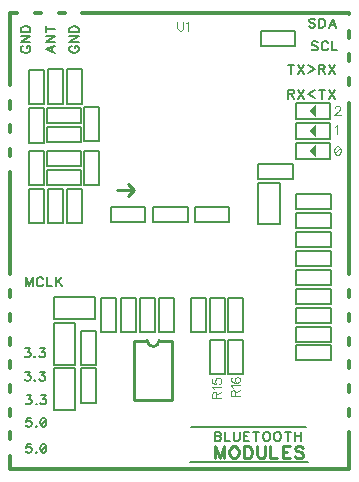
<source format=gbr>
G04 DipTrace 2.4.0.2*
%IN1_Layer_Top_Silk.gbr*%
%MOIN*%
%ADD10C,0.0098*%
%ADD15C,0.0118*%
%ADD20C,0.0059*%
%ADD69C,0.0046*%
%ADD70C,0.0066*%
%ADD71C,0.0087*%
%FSLAX44Y44*%
G04*
G70*
G90*
G75*
G01*
%LNTopSilk*%
%LPD*%
G36*
X14411Y15000D2*
Y14606D1*
X14173Y14803D1*
D1*
X14411Y15000D1*
G37*
X13740Y14547D2*
D20*
X14882D1*
Y15059D1*
X13740D1*
Y14547D1*
G36*
X14411Y15669D2*
Y15276D1*
X14173Y15472D1*
D1*
X14411Y15669D1*
G37*
X13740Y15217D2*
D20*
X14882D1*
Y15728D1*
X13740D1*
Y15217D1*
G36*
X14411Y16339D2*
Y15945D1*
X14173Y16142D1*
D1*
X14411Y16339D1*
G37*
X13740Y15886D2*
D20*
X14882D1*
Y16398D1*
X13740D1*
Y15886D1*
X5669Y7677D2*
X6378D1*
Y9055D1*
X5669D1*
Y7677D1*
X5959Y12398D2*
X5459D1*
Y13540D1*
X5959D1*
Y12398D1*
X6578Y14817D2*
X5436D1*
Y14317D1*
X6578D1*
Y14817D1*
X7047Y9213D2*
X5669D1*
Y9921D1*
X7047D1*
Y9213D1*
X12477Y13884D2*
X13619D1*
Y14384D1*
X12477D1*
Y13884D1*
X6578Y14187D2*
X5436D1*
Y13687D1*
X6578D1*
Y14187D1*
Y15604D2*
X5436D1*
Y15104D1*
X6578D1*
Y15604D1*
Y16234D2*
X5436D1*
Y15734D1*
X6578D1*
Y16234D1*
X5459Y17523D2*
X5959D1*
Y16381D1*
X5459D1*
Y17523D1*
X5669Y6181D2*
X6378D1*
Y7559D1*
X5669D1*
Y6181D1*
X12480Y12362D2*
X13189D1*
Y13740D1*
X12480D1*
Y12362D1*
X7730Y8776D2*
X7230D1*
Y9918D1*
X7730D1*
Y8776D1*
X8400D2*
X7900D1*
Y9918D1*
X8400D1*
Y8776D1*
X9659D2*
X9159D1*
Y9918D1*
X9659D1*
Y8776D1*
X10722D2*
X10222D1*
Y9918D1*
X10722D1*
Y8776D1*
X11982D2*
X11482D1*
Y9918D1*
X11982D1*
Y8776D1*
X11499Y12927D2*
X10357D1*
Y12427D1*
X11499D1*
Y12927D1*
X5329Y12398D2*
X4829D1*
Y13540D1*
X5329D1*
Y12398D1*
Y16375D2*
X4829D1*
Y17517D1*
X5329D1*
Y16375D1*
X6089Y17523D2*
X6589D1*
Y16381D1*
X6089D1*
Y17523D1*
X4829Y14806D2*
X5329D1*
Y13665D1*
X4829D1*
Y14806D1*
X9030Y8776D2*
X8530D1*
Y9918D1*
X9030D1*
Y8776D1*
X11352D2*
X10852D1*
Y9918D1*
X11352D1*
Y8776D1*
X6679Y16263D2*
X7179D1*
Y15121D1*
X6679D1*
Y16263D1*
X7179Y13658D2*
X6679D1*
Y14800D1*
X7179D1*
Y13658D1*
X6589Y12398D2*
X6089D1*
Y13540D1*
X6589D1*
Y12398D1*
X4829Y16224D2*
X5329D1*
Y15082D1*
X4829D1*
Y16224D1*
X14885Y11470D2*
X13743D1*
Y10970D1*
X14885D1*
Y11470D1*
Y10841D2*
X13743D1*
Y10341D1*
X14885D1*
Y10841D1*
Y10211D2*
X13743D1*
Y9711D1*
X14885D1*
Y10211D1*
Y9581D2*
X13743D1*
Y9081D1*
X14885D1*
Y9581D1*
Y8951D2*
X13743D1*
Y8451D1*
X14885D1*
Y8951D1*
Y8321D2*
X13743D1*
Y7821D1*
X14885D1*
Y8321D1*
X10852Y8507D2*
X11352D1*
Y7365D1*
X10852D1*
Y8507D1*
X11482D2*
X11982D1*
Y7365D1*
X11482D1*
Y8507D1*
X14885Y12100D2*
X13743D1*
Y11600D1*
X14885D1*
Y12100D1*
Y12730D2*
X13743D1*
Y12230D1*
X14885D1*
Y12730D1*
Y13360D2*
X13743D1*
Y12860D1*
X14885D1*
Y13360D1*
X8704Y12927D2*
X7562D1*
Y12427D1*
X8704D1*
Y12927D1*
X10121D2*
X8980D1*
Y12427D1*
X10121D1*
Y12927D1*
X13704Y18793D2*
X12562D1*
Y18293D1*
X13704D1*
Y18793D1*
X7776Y13504D2*
D10*
X8327D1*
X8130Y13701D1*
X8327Y13504D2*
X8130Y13307D1*
X6561Y8816D2*
D20*
X7061D1*
Y7674D1*
X6561D1*
Y8816D1*
Y7556D2*
X7061D1*
Y6414D1*
X6561D1*
Y7556D1*
X8347Y8484D2*
D10*
Y6516D1*
X9606Y8484D2*
Y6516D1*
X8347D2*
X9606D1*
X8347Y8484D2*
X8780D1*
X9173D2*
X9606D1*
X8780D2*
G03X9173Y8484I197J0D01*
G01*
X10236Y5591D2*
D20*
X14055D1*
X10197Y4449D2*
X14134D1*
X4213Y19409D2*
D15*
X4449D1*
X5039D2*
X5236D1*
X5827D2*
X6024D1*
X6614D2*
X15512D1*
Y19370D1*
Y18819D2*
Y18583D1*
Y18031D2*
Y17795D1*
Y17244D2*
Y17008D1*
Y16417D2*
Y10709D1*
Y10157D2*
Y9921D1*
Y9370D2*
Y9134D1*
Y8583D2*
Y8346D1*
Y7795D2*
Y7559D1*
Y7008D2*
Y6772D1*
Y6220D2*
Y5984D1*
Y5433D2*
Y4213D1*
X4213D1*
Y4646D2*
Y4213D1*
Y5433D2*
Y5197D1*
Y6220D2*
Y5984D1*
Y7008D2*
Y6772D1*
Y7795D2*
Y7559D1*
Y8583D2*
Y8346D1*
Y9370D2*
Y9134D1*
Y10157D2*
Y9921D1*
Y10709D2*
Y14094D1*
Y14882D2*
Y14646D1*
Y15669D2*
Y15433D1*
Y16457D2*
Y16220D1*
Y19409D2*
Y17008D1*
X15104Y14967D2*
D69*
X15061Y14952D1*
X15032Y14909D1*
X15018Y14838D1*
Y14794D1*
X15032Y14723D1*
X15061Y14680D1*
X15104Y14665D1*
X15132D1*
X15175Y14680D1*
X15204Y14723D1*
X15219Y14794D1*
Y14838D1*
X15204Y14909D1*
X15175Y14952D1*
X15132Y14967D1*
X15104D1*
X15204Y14909D2*
X15032Y14723D1*
X15043Y15618D2*
X15072Y15632D1*
X15115Y15675D1*
Y15374D1*
X15032Y16234D2*
Y16248D1*
X15046Y16277D1*
X15061Y16291D1*
X15090Y16305D1*
X15147D1*
X15175Y16291D1*
X15190Y16277D1*
X15204Y16248D1*
Y16219D1*
X15190Y16190D1*
X15161Y16148D1*
X15018Y16004D1*
X15219D1*
X11083Y6577D2*
Y6706D1*
X11069Y6749D1*
X11054Y6763D1*
X11026Y6778D1*
X10997D1*
X10968Y6763D1*
X10954Y6749D1*
X10940Y6706D1*
Y6577D1*
X11241D1*
X11083Y6677D2*
X11241Y6778D1*
X10997Y6870D2*
X10983Y6899D1*
X10940Y6942D1*
X11241D1*
X10940Y7207D2*
Y7064D1*
X11069Y7050D1*
X11055Y7064D1*
X11040Y7107D1*
Y7150D1*
X11055Y7193D1*
X11083Y7222D1*
X11126Y7236D1*
X11155D1*
X11198Y7222D1*
X11227Y7193D1*
X11241Y7150D1*
Y7107D1*
X11227Y7064D1*
X11212Y7050D1*
X11184Y7035D1*
X11713Y6623D2*
Y6752D1*
X11699Y6796D1*
X11684Y6810D1*
X11656Y6824D1*
X11627D1*
X11598Y6810D1*
X11584Y6796D1*
X11570Y6752D1*
Y6623D1*
X11871D1*
X11713Y6724D2*
X11871Y6824D1*
X11627Y6917D2*
X11613Y6946D1*
X11570Y6989D1*
X11871D1*
X11613Y7254D2*
X11584Y7239D1*
X11570Y7196D1*
Y7168D1*
X11584Y7125D1*
X11627Y7096D1*
X11699Y7082D1*
X11771D1*
X11828Y7096D1*
X11857Y7125D1*
X11871Y7168D1*
Y7182D1*
X11857Y7225D1*
X11828Y7254D1*
X11785Y7268D1*
X11771D1*
X11727Y7254D1*
X11699Y7225D1*
X11685Y7182D1*
Y7168D1*
X11699Y7125D1*
X11727Y7096D1*
X11771Y7082D1*
X9778Y19120D2*
Y18905D1*
X9792Y18862D1*
X9821Y18834D1*
X9864Y18819D1*
X9893D1*
X9936Y18834D1*
X9965Y18862D1*
X9979Y18905D1*
Y19120D1*
X10071Y19063D2*
X10100Y19077D1*
X10143Y19120D1*
Y18819D1*
X13465Y16709D2*
D70*
X13594D1*
X13637Y16724D1*
X13652Y16738D1*
X13666Y16767D1*
Y16795D1*
X13652Y16824D1*
X13637Y16839D1*
X13594Y16853D1*
X13465D1*
Y16551D1*
X13566Y16709D2*
X13666Y16551D1*
X13797Y16853D2*
X13998Y16551D1*
Y16853D2*
X13797Y16551D1*
X14359Y16831D2*
X14129Y16702D1*
X14359Y16573D1*
X14591Y16853D2*
Y16551D1*
X14490Y16853D2*
X14691D1*
X14822D2*
X15023Y16551D1*
Y16853D2*
X14822Y16551D1*
X14375Y19172D2*
X14346Y19201D1*
X14303Y19215D1*
X14246D1*
X14203Y19201D1*
X14174Y19172D1*
Y19143D1*
X14188Y19115D1*
X14203Y19100D1*
X14231Y19086D1*
X14317Y19057D1*
X14346Y19043D1*
X14360Y19028D1*
X14375Y19000D1*
Y18957D1*
X14346Y18928D1*
X14303Y18914D1*
X14246D1*
X14203Y18928D1*
X14174Y18957D1*
X14506Y19215D2*
Y18914D1*
X14606D1*
X14650Y18928D1*
X14678Y18957D1*
X14693Y18986D1*
X14707Y19028D1*
Y19100D1*
X14693Y19143D1*
X14678Y19172D1*
X14650Y19201D1*
X14606Y19215D1*
X14506D1*
X15068Y18914D2*
X14953Y19215D1*
X14838Y18914D1*
X14881Y19014D2*
X15025D1*
X14453Y18424D2*
X14425Y18453D1*
X14382Y18467D1*
X14324D1*
X14281Y18453D1*
X14252Y18424D1*
Y18395D1*
X14267Y18367D1*
X14281Y18352D1*
X14310Y18338D1*
X14396Y18309D1*
X14425Y18295D1*
X14439Y18280D1*
X14453Y18252D1*
Y18209D1*
X14425Y18180D1*
X14382Y18166D1*
X14324D1*
X14281Y18180D1*
X14252Y18209D1*
X14800Y18395D2*
X14786Y18424D1*
X14757Y18453D1*
X14728Y18467D1*
X14671D1*
X14642Y18453D1*
X14614Y18424D1*
X14599Y18395D1*
X14585Y18352D1*
Y18280D1*
X14599Y18238D1*
X14614Y18209D1*
X14642Y18180D1*
X14671Y18166D1*
X14728D1*
X14757Y18180D1*
X14786Y18209D1*
X14800Y18238D1*
X14931Y18467D2*
Y18166D1*
X15103D1*
X13566Y17680D2*
Y17378D1*
X13465Y17680D2*
X13666D1*
X13797D2*
X13998Y17378D1*
Y17680D2*
X13797Y17378D1*
X14129Y17658D2*
X14359Y17529D1*
X14129Y17400D1*
X14490Y17536D2*
X14619D1*
X14662Y17551D1*
X14677Y17565D1*
X14691Y17593D1*
Y17622D1*
X14677Y17651D1*
X14662Y17665D1*
X14619Y17680D1*
X14490D1*
Y17378D1*
X14591Y17536D2*
X14691Y17378D1*
X14822Y17680D2*
X15023Y17378D1*
Y17680D2*
X14822Y17378D1*
X5698Y18317D2*
X5397Y18202D1*
X5698Y18087D1*
X5598Y18130D2*
Y18274D1*
X5397Y18649D2*
X5698D1*
X5397Y18448D1*
X5698D1*
X5397Y18881D2*
X5698D1*
X5397Y18781D2*
Y18982D1*
X4642Y18303D2*
X4613Y18288D1*
X4584Y18259D1*
X4570Y18231D1*
Y18174D1*
X4584Y18145D1*
X4613Y18116D1*
X4642Y18102D1*
X4685Y18087D1*
X4757D1*
X4800Y18102D1*
X4828Y18116D1*
X4857Y18145D1*
X4872Y18174D1*
Y18231D1*
X4857Y18259D1*
X4828Y18288D1*
X4800Y18303D1*
X4757D1*
Y18231D1*
X4570Y18635D2*
X4872D1*
X4570Y18434D1*
X4872D1*
X4570Y18766D2*
X4872D1*
Y18866D1*
X4857Y18910D1*
X4828Y18938D1*
X4800Y18953D1*
X4757Y18967D1*
X4685D1*
X4642Y18953D1*
X4613Y18938D1*
X4584Y18910D1*
X4570Y18866D1*
Y18766D1*
X6256Y18303D2*
X6227Y18288D1*
X6199Y18259D1*
X6184Y18231D1*
Y18174D1*
X6199Y18145D1*
X6227Y18116D1*
X6256Y18102D1*
X6299Y18087D1*
X6371D1*
X6414Y18102D1*
X6443Y18116D1*
X6471Y18145D1*
X6486Y18174D1*
Y18231D1*
X6471Y18259D1*
X6443Y18288D1*
X6414Y18303D1*
X6371D1*
Y18231D1*
X6184Y18635D2*
X6486D1*
X6184Y18434D1*
X6486D1*
X6184Y18766D2*
X6486D1*
Y18866D1*
X6471Y18910D1*
X6443Y18938D1*
X6414Y18953D1*
X6371Y18967D1*
X6299D1*
X6256Y18953D1*
X6227Y18938D1*
X6199Y18910D1*
X6184Y18866D1*
Y18766D1*
X4954Y10292D2*
Y10593D1*
X4840Y10292D1*
X4725Y10593D1*
Y10292D1*
X5301Y10521D2*
X5287Y10550D1*
X5258Y10579D1*
X5229Y10593D1*
X5172D1*
X5143Y10579D1*
X5114Y10550D1*
X5100Y10521D1*
X5086Y10478D1*
Y10406D1*
X5100Y10363D1*
X5114Y10335D1*
X5143Y10306D1*
X5172Y10292D1*
X5229D1*
X5258Y10306D1*
X5287Y10335D1*
X5301Y10363D1*
X5432Y10593D2*
Y10292D1*
X5604D1*
X5735Y10593D2*
Y10292D1*
X5936Y10593D2*
X5735Y10392D1*
X5807Y10464D2*
X5936Y10292D1*
X4714Y8230D2*
X4872D1*
X4786Y8116D1*
X4829D1*
X4858Y8101D1*
X4872Y8087D1*
X4887Y8044D1*
Y8016D1*
X4872Y7972D1*
X4843Y7944D1*
X4800Y7929D1*
X4757D1*
X4714Y7944D1*
X4700Y7958D1*
X4686Y7987D1*
X5032Y7958D2*
X5018Y7944D1*
X5032Y7929D1*
X5047Y7944D1*
X5032Y7958D1*
X5207Y8230D2*
X5364D1*
X5278Y8116D1*
X5321D1*
X5350Y8101D1*
X5364Y8087D1*
X5379Y8044D1*
Y8016D1*
X5364Y7972D1*
X5336Y7944D1*
X5293Y7929D1*
X5249D1*
X5207Y7944D1*
X5192Y7958D1*
X5178Y7987D1*
X4714Y7443D2*
X4872D1*
X4786Y7328D1*
X4829D1*
X4858Y7314D1*
X4872Y7300D1*
X4887Y7257D1*
Y7228D1*
X4872Y7185D1*
X4843Y7156D1*
X4800Y7142D1*
X4757D1*
X4714Y7156D1*
X4700Y7171D1*
X4686Y7199D1*
X5032Y7171D2*
X5018Y7156D1*
X5032Y7142D1*
X5047Y7156D1*
X5032Y7171D1*
X5207Y7443D2*
X5364D1*
X5278Y7328D1*
X5321D1*
X5350Y7314D1*
X5364Y7300D1*
X5379Y7257D1*
Y7228D1*
X5364Y7185D1*
X5336Y7156D1*
X5293Y7142D1*
X5249D1*
X5207Y7156D1*
X5192Y7171D1*
X5178Y7199D1*
X4754Y6656D2*
X4911D1*
X4825Y6541D1*
X4869D1*
X4897Y6527D1*
X4911Y6512D1*
X4926Y6469D1*
Y6441D1*
X4911Y6398D1*
X4883Y6369D1*
X4840Y6355D1*
X4797D1*
X4754Y6369D1*
X4740Y6383D1*
X4725Y6412D1*
X5071Y6383D2*
X5057Y6369D1*
X5071Y6355D1*
X5086Y6369D1*
X5071Y6383D1*
X5246Y6656D2*
X5404D1*
X5318Y6541D1*
X5361D1*
X5389Y6527D1*
X5404Y6512D1*
X5418Y6469D1*
Y6441D1*
X5404Y6398D1*
X5375Y6369D1*
X5332Y6355D1*
X5289D1*
X5246Y6369D1*
X5232Y6383D1*
X5217Y6412D1*
X4897Y5908D2*
X4754D1*
X4740Y5779D1*
X4754Y5793D1*
X4797Y5807D1*
X4840D1*
X4883Y5793D1*
X4912Y5764D1*
X4926Y5721D1*
Y5693D1*
X4912Y5650D1*
X4883Y5621D1*
X4840Y5606D1*
X4797D1*
X4754Y5621D1*
X4740Y5635D1*
X4725Y5664D1*
X5071Y5635D2*
X5057Y5621D1*
X5071Y5606D1*
X5086Y5621D1*
X5071Y5635D1*
X5303Y5908D2*
X5260Y5893D1*
X5231Y5850D1*
X5217Y5779D1*
Y5735D1*
X5231Y5664D1*
X5260Y5621D1*
X5303Y5606D1*
X5332D1*
X5375Y5621D1*
X5404Y5664D1*
X5418Y5735D1*
Y5779D1*
X5404Y5850D1*
X5375Y5893D1*
X5332Y5908D1*
X5303D1*
X5404Y5850D2*
X5231Y5664D1*
X4897Y5041D2*
X4754D1*
X4740Y4912D1*
X4754Y4927D1*
X4797Y4941D1*
X4840D1*
X4883Y4927D1*
X4912Y4898D1*
X4926Y4855D1*
Y4827D1*
X4912Y4783D1*
X4883Y4755D1*
X4840Y4740D1*
X4797D1*
X4754Y4755D1*
X4740Y4769D1*
X4725Y4798D1*
X5071Y4769D2*
X5057Y4755D1*
X5071Y4740D1*
X5086Y4755D1*
X5071Y4769D1*
X5303Y5041D2*
X5260Y5027D1*
X5231Y4984D1*
X5217Y4912D1*
Y4869D1*
X5231Y4798D1*
X5260Y4755D1*
X5303Y4740D1*
X5332D1*
X5375Y4755D1*
X5404Y4798D1*
X5418Y4869D1*
Y4912D1*
X5404Y4984D1*
X5375Y5027D1*
X5332Y5041D1*
X5303D1*
X5404Y4984D2*
X5231Y4798D1*
X11341Y4563D2*
D71*
Y4965D1*
X11188Y4563D1*
X11035Y4965D1*
Y4563D1*
X11631Y4965D2*
X11593Y4946D1*
X11554Y4908D1*
X11535Y4870D1*
X11516Y4812D1*
Y4716D1*
X11535Y4659D1*
X11554Y4621D1*
X11593Y4583D1*
X11631Y4563D1*
X11707D1*
X11745Y4583D1*
X11784Y4621D1*
X11803Y4659D1*
X11822Y4716D1*
Y4812D1*
X11803Y4870D1*
X11784Y4908D1*
X11745Y4946D1*
X11707Y4965D1*
X11631D1*
X11997D2*
Y4563D1*
X12131D1*
X12188Y4583D1*
X12227Y4621D1*
X12246Y4659D1*
X12265Y4716D1*
Y4812D1*
X12246Y4870D1*
X12227Y4908D1*
X12188Y4946D1*
X12131Y4965D1*
X11997D1*
X12440D2*
Y4678D1*
X12459Y4621D1*
X12497Y4583D1*
X12555Y4563D1*
X12593D1*
X12650Y4583D1*
X12689Y4621D1*
X12708Y4678D1*
Y4965D1*
X12883D2*
Y4563D1*
X13112D1*
X13536Y4965D2*
X13287D1*
Y4563D1*
X13536D1*
X13287Y4774D2*
X13440D1*
X13979Y4908D2*
X13941Y4946D1*
X13883Y4965D1*
X13807D1*
X13749Y4946D1*
X13711Y4908D1*
Y4870D1*
X13730Y4831D1*
X13749Y4812D1*
X13787Y4793D1*
X13902Y4755D1*
X13941Y4736D1*
X13960Y4716D1*
X13979Y4678D1*
Y4621D1*
X13941Y4583D1*
X13883Y4563D1*
X13807D1*
X13749Y4583D1*
X13711Y4621D1*
X11024Y5435D2*
D70*
Y5134D1*
X11153D1*
X11197Y5149D1*
X11211Y5163D1*
X11225Y5191D1*
Y5235D1*
X11211Y5263D1*
X11197Y5278D1*
X11153Y5292D1*
X11197Y5306D1*
X11211Y5321D1*
X11225Y5349D1*
Y5378D1*
X11211Y5407D1*
X11197Y5421D1*
X11153Y5435D1*
X11024D1*
Y5292D2*
X11153D1*
X11356Y5435D2*
Y5134D1*
X11528D1*
X11660Y5435D2*
Y5220D1*
X11674Y5177D1*
X11703Y5149D1*
X11746Y5134D1*
X11774D1*
X11818Y5149D1*
X11846Y5177D1*
X11861Y5220D1*
Y5435D1*
X12178D2*
X11992D1*
Y5134D1*
X12178D1*
X11992Y5292D2*
X12107D1*
X12410Y5435D2*
Y5134D1*
X12309Y5435D2*
X12510D1*
X12728D2*
X12699Y5421D1*
X12671Y5392D1*
X12656Y5364D1*
X12642Y5321D1*
Y5249D1*
X12656Y5206D1*
X12671Y5177D1*
X12699Y5149D1*
X12728Y5134D1*
X12785D1*
X12814Y5149D1*
X12843Y5177D1*
X12857Y5206D1*
X12871Y5249D1*
Y5321D1*
X12857Y5364D1*
X12843Y5392D1*
X12814Y5421D1*
X12785Y5435D1*
X12728D1*
X13089D2*
X13060Y5421D1*
X13031Y5392D1*
X13017Y5364D1*
X13002Y5321D1*
Y5249D1*
X13017Y5206D1*
X13031Y5177D1*
X13060Y5149D1*
X13089Y5134D1*
X13146D1*
X13174Y5149D1*
X13203Y5177D1*
X13218Y5206D1*
X13232Y5249D1*
Y5321D1*
X13218Y5364D1*
X13203Y5392D1*
X13174Y5421D1*
X13146Y5435D1*
X13089D1*
X13464D2*
Y5134D1*
X13363Y5435D2*
X13564D1*
X13695D2*
Y5134D1*
X13896Y5435D2*
Y5134D1*
X13695Y5292D2*
X13896D1*
M02*

</source>
